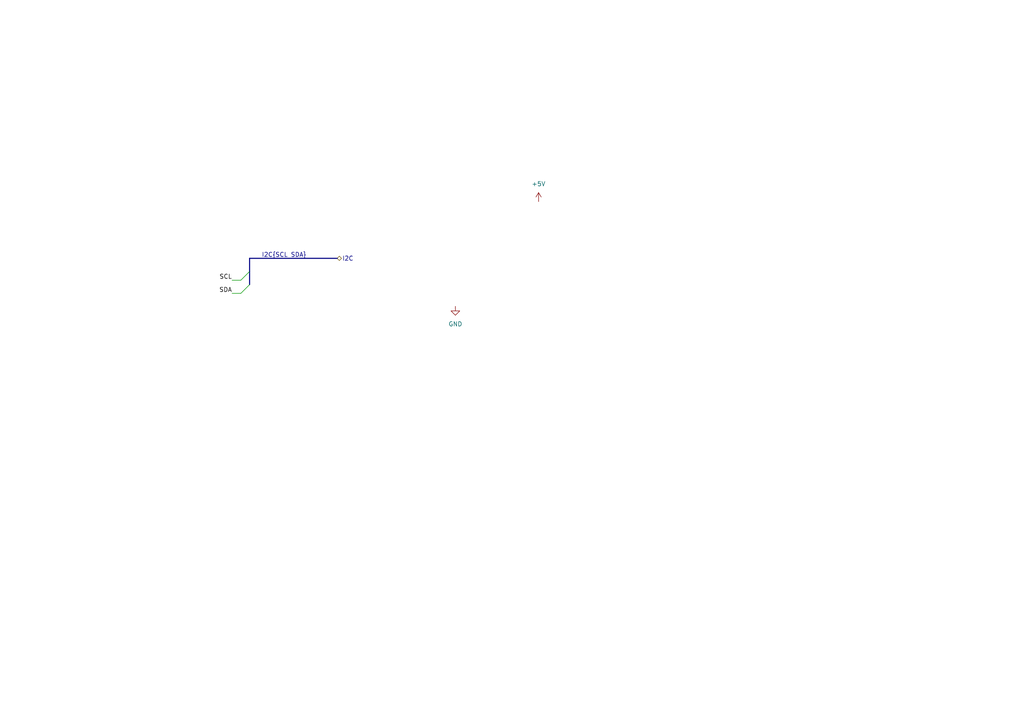
<source format=kicad_sch>
(kicad_sch (version 20250114) (generator "eeschema") (generator_version "9.0")
  (paper "A4")
  (title_block (title "${Project Title}") (rev "${Revision}") (comment 1 "${Designed By}"))
  (lib_symbols
    (symbol "power:+5V" (power) (pin_numbers (hide yes)) (pin_names (offset 0) (hide yes))
      (property "Value" "+5V" (at 0 3.556 0))
      (symbol "+5V_0_1"
        (polyline (pts (xy -0.762 1.27) (xy 0 2.54)))
        (polyline (pts (xy 0 2.54) (xy 0.762 1.27)))
        (polyline (pts (xy 0 0) (xy 0 2.54)))
      )
      (symbol "+5V_1_1"
        (pin power_in line (at 0 0 90) (length 0) (name "~") (number "1"))
      )
    )
    (symbol "power:GND" (power) (pin_numbers (hide yes)) (pin_names (offset 0) (hide yes))
      (property "Value" "GND" (at 0 -3.81 0))
      (symbol "GND_0_1"
        (polyline (pts (xy 0 0) (xy 0 -1.27) (xy 1.27 -1.27) (xy 0 -2.54) (xy -1.27 -1.27) (xy 0 -1.27)))
      )
      (symbol "GND_1_1"
        (pin power_in line (at 0 0 270) (length 0) (name "~") (number "1"))
      )
    )
  )
  (bus_entry (at 72.39 82.55) (size -2.54 2.54))
  (bus_entry (at 72.39 78.74) (size -2.54 2.54))
  (wire (pts (xy 67.31 81.28) (xy 69.85 81.28)))
  (bus (pts (xy 72.39 74.93) (xy 72.39 78.74)))
  (bus (pts (xy 72.39 74.93) (xy 97.79 74.93)))
  (wire (pts (xy 67.31 85.09) (xy 69.85 85.09)))
  (bus (pts (xy 72.39 78.74) (xy 72.39 82.55)))
  (label "SDA" (at 67.31 85.09 180))
  (label "I2C{SCL SDA}" (at 88.9 74.93 180))
  (label "SCL" (at 67.31 81.28 180))
  (hierarchical_label "I2C" (shape bidirectional) (at 97.79 74.93 0))
  (symbol (lib_id "power:+5V") (at 156.21 58.42 0) (unit 1)
    (property "Reference" "#PWR04" (effects (hide yes)))
    (property "Value" "+5V" (at 156.21 53.34 0))
    (property "Description" "Power symbol creates a global label with name \"+5V\"" (effects (hide yes)))
  )
  (symbol (lib_id "power:GND") (at 132.08 88.9 0) (unit 1)
    (property "Reference" "#PWR03" (effects (hide yes)))
    (property "Value" "GND" (at 132.08 93.98 0))
    (property "Description" "Power symbol creates a global label with name \"GND\" , ground" (effects (hide yes)))
  )
)
</source>
